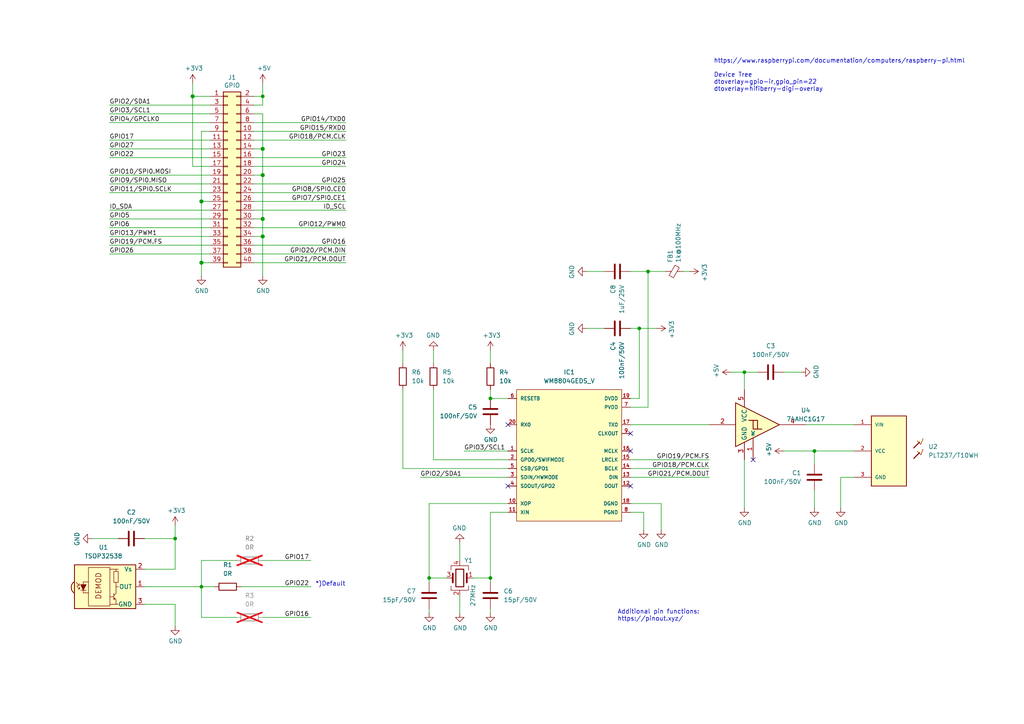
<source format=kicad_sch>
(kicad_sch (version 20230121) (generator eeschema)
  (paper "A4")
  (title_block (title "RPI HAT S/PDIF and IR") (date "2024-01-03") (rev "V1"))
  (lib_symbols
    (symbol "74xGxx:74LVC1G17"
      (property "Reference" "U" (at 2.54 7.62 0))
      (property "Value" "74LVC1G17" (at 5.08 -7.62 0))
      (symbol "74LVC1G17_0_1"
        (polyline (pts (xy -2.54 1.27) (xy -1.27 1.27) (xy -1.27 -1.27)) (stroke (width 0.254)) (fill (type background)))
        (polyline (pts (xy -7.62 6.35) (xy -7.62 -6.35) (xy 5.08 0) (xy -7.62 6.35)) (stroke (width 0.254)) (fill (type background)))
        (polyline (pts (xy -3.81 1.27) (xy -2.54 1.27) (xy -2.54 -1.27) (xy 0 -1.27)) (stroke (width 0.254)) (fill (type background)))
      )
      (symbol "74LVC1G17_1_1"
        (pin free line (at -2.54 -10.16 90) (length 6.35) (name "NC") (number "1"))
        (pin input line (at -15.24 0 0) (length 7.62) (name "~") (number "2"))
        (pin power_in line (at -5.08 -10.16 90) (length 5.08) (name "GND") (number "3"))
        (pin output line (at 12.7 0 180) (length 7.62) (name "~") (number "4"))
        (pin power_in line (at -5.08 10.16 270) (length 5.08) (name "VCC") (number "5"))
      )
    )
    (symbol "Connector_Generic:Conn_02x20_Odd_Even" (pin_names (offset 1.016) hide)
      (property "Reference" "J" (at 1.27 25.4 0))
      (property "Value" "Conn_02x20_Odd_Even" (at 1.27 -27.94 0))
      (symbol "Conn_02x20_Odd_Even_1_1"
        (rectangle (start -1.27 -25.273) (end 0 -25.527) (stroke (width 0.1524)))
        (rectangle (start -1.27 -22.733) (end 0 -22.987) (stroke (width 0.1524)))
        (rectangle (start -1.27 -20.193) (end 0 -20.447) (stroke (width 0.1524)))
        (rectangle (start -1.27 -17.653) (end 0 -17.907) (stroke (width 0.1524)))
        (rectangle (start -1.27 -15.113) (end 0 -15.367) (stroke (width 0.1524)))
        (rectangle (start -1.27 -12.573) (end 0 -12.827) (stroke (width 0.1524)))
        (rectangle (start -1.27 -10.033) (end 0 -10.287) (stroke (width 0.1524)))
        (rectangle (start -1.27 -7.493) (end 0 -7.747) (stroke (width 0.1524)))
        (rectangle (start -1.27 -4.953) (end 0 -5.207) (stroke (width 0.1524)))
        (rectangle (start -1.27 -2.413) (end 0 -2.667) (stroke (width 0.1524)))
        (rectangle (start -1.27 0.127) (end 0 -0.127) (stroke (width 0.1524)))
        (rectangle (start -1.27 2.667) (end 0 2.413) (stroke (width 0.1524)))
        (rectangle (start -1.27 5.207) (end 0 4.953) (stroke (width 0.1524)))
        (rectangle (start -1.27 7.747) (end 0 7.493) (stroke (width 0.1524)))
        (rectangle (start -1.27 10.287) (end 0 10.033) (stroke (width 0.1524)))
        (rectangle (start -1.27 12.827) (end 0 12.573) (stroke (width 0.1524)))
        (rectangle (start -1.27 15.367) (end 0 15.113) (stroke (width 0.1524)))
        (rectangle (start -1.27 17.907) (end 0 17.653) (stroke (width 0.1524)))
        (rectangle (start -1.27 20.447) (end 0 20.193) (stroke (width 0.1524)))
        (rectangle (start -1.27 22.987) (end 0 22.733) (stroke (width 0.1524)))
        (rectangle (start -1.27 24.13) (end 3.81 -26.67) (stroke (width 0.254)) (fill (type background)))
        (rectangle (start 3.81 -25.273) (end 2.54 -25.527) (stroke (width 0.1524)))
        (rectangle (start 3.81 -22.733) (end 2.54 -22.987) (stroke (width 0.1524)))
        (rectangle (start 3.81 -20.193) (end 2.54 -20.447) (stroke (width 0.1524)))
        (rectangle (start 3.81 -17.653) (end 2.54 -17.907) (stroke (width 0.1524)))
        (rectangle (start 3.81 -15.113) (end 2.54 -15.367) (stroke (width 0.1524)))
        (rectangle (start 3.81 -12.573) (end 2.54 -12.827) (stroke (width 0.1524)))
        (rectangle (start 3.81 -10.033) (end 2.54 -10.287) (stroke (width 0.1524)))
        (rectangle (start 3.81 -7.493) (end 2.54 -7.747) (stroke (width 0.1524)))
        (rectangle (start 3.81 -4.953) (end 2.54 -5.207) (stroke (width 0.1524)))
        (rectangle (start 3.81 -2.413) (end 2.54 -2.667) (stroke (width 0.1524)))
        (rectangle (start 3.81 0.127) (end 2.54 -0.127) (stroke (width 0.1524)))
        (rectangle (start 3.81 2.667) (end 2.54 2.413) (stroke (width 0.1524)))
        (rectangle (start 3.81 5.207) (end 2.54 4.953) (stroke (width 0.1524)))
        (rectangle (start 3.81 7.747) (end 2.54 7.493) (stroke (width 0.1524)))
        (rectangle (start 3.81 10.287) (end 2.54 10.033) (stroke (width 0.1524)))
        (rectangle (start 3.81 12.827) (end 2.54 12.573) (stroke (width 0.1524)))
        (rectangle (start 3.81 15.367) (end 2.54 15.113) (stroke (width 0.1524)))
        (rectangle (start 3.81 17.907) (end 2.54 17.653) (stroke (width 0.1524)))
        (rectangle (start 3.81 20.447) (end 2.54 20.193) (stroke (width 0.1524)))
        (rectangle (start 3.81 22.987) (end 2.54 22.733) (stroke (width 0.1524)))
        (pin passive line (at -5.08 22.86 0) (length 3.81) (name "Pin_1") (number "1"))
        (pin passive line (at 7.62 12.7 180) (length 3.81) (name "Pin_10") (number "10"))
        (pin passive line (at -5.08 10.16 0) (length 3.81) (name "Pin_11") (number "11"))
        (pin passive line (at 7.62 10.16 180) (length 3.81) (name "Pin_12") (number "12"))
        (pin passive line (at -5.08 7.62 0) (length 3.81) (name "Pin_13") (number "13"))
        (pin passive line (at 7.62 7.62 180) (length 3.81) (name "Pin_14") (number "14"))
        (pin passive line (at -5.08 5.08 0) (length 3.81) (name "Pin_15") (number "15"))
        (pin passive line (at 7.62 5.08 180) (length 3.81) (name "Pin_16") (number "16"))
        (pin passive line (at -5.08 2.54 0) (length 3.81) (name "Pin_17") (number "17"))
        (pin passive line (at 7.62 2.54 180) (length 3.81) (name "Pin_18") (number "18"))
        (pin passive line (at -5.08 0 0) (length 3.81) (name "Pin_19") (number "19"))
        (pin passive line (at 7.62 22.86 180) (length 3.81) (name "Pin_2") (number "2"))
        (pin passive line (at 7.62 0 180) (length 3.81) (name "Pin_20") (number "20"))
        (pin passive line (at -5.08 -2.54 0) (length 3.81) (name "Pin_21") (number "21"))
        (pin passive line (at 7.62 -2.54 180) (length 3.81) (name "Pin_22") (number "22"))
        (pin passive line (at -5.08 -5.08 0) (length 3.81) (name "Pin_23") (number "23"))
        (pin passive line (at 7.62 -5.08 180) (length 3.81) (name "Pin_24") (number "24"))
        (pin passive line (at -5.08 -7.62 0) (length 3.81) (name "Pin_25") (number "25"))
        (pin passive line (at 7.62 -7.62 180) (length 3.81) (name "Pin_26") (number "26"))
        (pin passive line (at -5.08 -10.16 0) (length 3.81) (name "Pin_27") (number "27"))
        (pin passive line (at 7.62 -10.16 180) (length 3.81) (name "Pin_28") (number "28"))
        (pin passive line (at -5.08 -12.7 0) (length 3.81) (name "Pin_29") (number "29"))
        (pin passive line (at -5.08 20.32 0) (length 3.81) (name "Pin_3") (number "3"))
        (pin passive line (at 7.62 -12.7 180) (length 3.81) (name "Pin_30") (number "30"))
        (pin passive line (at -5.08 -15.24 0) (length 3.81) (name "Pin_31") (number "31"))
        (pin passive line (at 7.62 -15.24 180) (length 3.81) (name "Pin_32") (number "32"))
        (pin passive line (at -5.08 -17.78 0) (length 3.81) (name "Pin_33") (number "33"))
        (pin passive line (at 7.62 -17.78 180) (length 3.81) (name "Pin_34") (number "34"))
        (pin passive line (at -5.08 -20.32 0) (length 3.81) (name "Pin_35") (number "35"))
        (pin passive line (at 7.62 -20.32 180) (length 3.81) (name "Pin_36") (number "36"))
        (pin passive line (at -5.08 -22.86 0) (length 3.81) (name "Pin_37") (number "37"))
        (pin passive line (at 7.62 -22.86 180) (length 3.81) (name "Pin_38") (number "38"))
        (pin passive line (at -5.08 -25.4 0) (length 3.81) (name "Pin_39") (number "39"))
        (pin passive line (at 7.62 20.32 180) (length 3.81) (name "Pin_4") (number "4"))
        (pin passive line (at 7.62 -25.4 180) (length 3.81) (name "Pin_40") (number "40"))
        (pin passive line (at -5.08 17.78 0) (length 3.81) (name "Pin_5") (number "5"))
        (pin passive line (at 7.62 17.78 180) (length 3.81) (name "Pin_6") (number "6"))
        (pin passive line (at -5.08 15.24 0) (length 3.81) (name "Pin_7") (number "7"))
        (pin passive line (at 7.62 15.24 180) (length 3.81) (name "Pin_8") (number "8"))
        (pin passive line (at -5.08 12.7 0) (length 3.81) (name "Pin_9") (number "9"))
      )
    )
    (symbol "Device:C" (pin_numbers hide) (pin_names (offset 0.254))
      (property "Reference" "C" (at 0.635 2.54 0))
      (property "Value" "C" (at 0.635 -2.54 0))
      (symbol "C_0_1"
        (polyline (pts (xy -2.032 -0.762) (xy 2.032 -0.762)) (stroke (width 0.508)))
        (polyline (pts (xy -2.032 0.762) (xy 2.032 0.762)) (stroke (width 0.508)))
      )
      (symbol "C_1_1"
        (pin passive line (at 0 3.81 270) (length 2.794) (name "~") (number "1"))
        (pin passive line (at 0 -3.81 90) (length 2.794) (name "~") (number "2"))
      )
    )
    (symbol "Device:Crystal_GND24" (pin_names (offset 1.016) hide)
      (property "Reference" "Y" (at 3.175 5.08 0))
      (property "Value" "Crystal_GND24" (at 3.175 3.175 0))
      (symbol "Crystal_GND24_0_1"
        (rectangle (start -1.143 2.54) (end 1.143 -2.54) (stroke (width 0.3048)))
        (polyline (pts (xy -2.54 0) (xy -2.032 0)))
        (polyline (pts (xy -2.032 -1.27) (xy -2.032 1.27)) (stroke (width 0.508)))
        (polyline (pts (xy 0 -3.81) (xy 0 -3.556)))
        (polyline (pts (xy 0 3.556) (xy 0 3.81)))
        (polyline (pts (xy 2.032 -1.27) (xy 2.032 1.27)) (stroke (width 0.508)))
        (polyline (pts (xy 2.032 0) (xy 2.54 0)))
        (polyline (pts (xy -2.54 -2.286) (xy -2.54 -3.556) (xy 2.54 -3.556) (xy 2.54 -2.286)))
        (polyline (pts (xy -2.54 2.286) (xy -2.54 3.556) (xy 2.54 3.556) (xy 2.54 2.286)))
      )
      (symbol "Crystal_GND24_1_1"
        (pin passive line (at -3.81 0 0) (length 1.27) (name "1") (number "1"))
        (pin passive line (at 0 5.08 270) (length 1.27) (name "2") (number "2"))
        (pin passive line (at 3.81 0 180) (length 1.27) (name "3") (number "3"))
        (pin passive line (at 0 -5.08 90) (length 1.27) (name "4") (number "4"))
      )
    )
    (symbol "Device:R" (pin_numbers hide) (pin_names (offset 0))
      (property "Reference" "R" (at 2.032 0 90))
      (property "Value" "R" (at 0 0 90))
      (symbol "R_0_1"
        (rectangle (start -1.016 -2.54) (end 1.016 2.54) (stroke (width 0.254)))
      )
      (symbol "R_1_1"
        (pin passive line (at 0 3.81 270) (length 1.27) (name "~") (number "1"))
        (pin passive line (at 0 -3.81 90) (length 1.27) (name "~") (number "2"))
      )
    )
    (symbol "Interface_Optical:TSOP325xx" (pin_names (offset 1.016))
      (property "Reference" "U" (at -10.16 7.62 0))
      (property "Value" "TSOP325xx" (at -10.16 -7.62 0))
      (symbol "TSOP325xx_0_0"
        (arc (start -10.287 1.397) (mid -11.0899 -0.1852) (end -10.287 -1.778) (stroke (width 0.254)) (fill (type background)))
        (polyline (pts (xy 1.905 -5.08) (xy 0.127 -5.08)))
        (polyline (pts (xy 1.905 5.08) (xy 0.127 5.08)))
        (text "DEMOD" (at -3.175 0.254 900) (effects (font (size 1.524 1.524))))
      )
      (symbol "TSOP325xx_0_1"
        (rectangle (start -6.096 5.588) (end 0.127 -5.588))
        (polyline (pts (xy -8.763 0.381) (xy -9.652 1.27)))
        (polyline (pts (xy -8.763 0.381) (xy -9.271 0.381)))
        (polyline (pts (xy -8.763 0.381) (xy -8.763 0.889)))
        (polyline (pts (xy -8.636 -0.635) (xy -9.525 0.254)))
        (polyline (pts (xy -8.636 -0.635) (xy -9.144 -0.635)))
        (polyline (pts (xy -8.636 -0.635) (xy -8.636 -0.127)))
        (polyline (pts (xy -8.382 -1.016) (xy -6.731 -1.016)))
        (polyline (pts (xy 1.27 -2.921) (xy 0.127 -2.921)))
        (polyline (pts (xy 1.27 -1.905) (xy 1.27 -3.81)))
        (polyline (pts (xy 1.397 -3.556) (xy 1.524 -3.556)))
        (polyline (pts (xy 1.651 -3.556) (xy 1.524 -3.556)))
        (polyline (pts (xy 1.651 -3.556) (xy 1.651 -3.302)))
        (polyline (pts (xy 1.905 0) (xy 1.905 1.27)))
        (polyline (pts (xy 1.905 4.445) (xy 1.905 5.08) (xy 2.54 5.08)))
        (polyline (pts (xy -8.382 0.635) (xy -6.731 0.635) (xy -7.62 -1.016) (xy -8.382 0.635)) (fill (type outline)))
        (polyline (pts (xy -6.096 1.397) (xy -7.62 1.397) (xy -7.62 -1.778) (xy -6.096 -1.778)))
        (polyline (pts (xy 1.27 -3.175) (xy 1.905 -3.81) (xy 1.905 -5.08) (xy 2.54 -5.08)))
        (polyline (pts (xy 1.27 -2.54) (xy 1.905 -1.905) (xy 1.905 0) (xy 2.54 0)))
        (rectangle (start 2.54 1.27) (end 1.27 4.445))
        (rectangle (start 7.62 6.35) (end -10.16 -6.35) (stroke (width 0.254)) (fill (type background)))
      )
      (symbol "TSOP325xx_1_1"
        (pin output line (at 10.16 0 180) (length 2.54) (name "OUT") (number "1"))
        (pin power_in line (at 10.16 5.08 180) (length 2.54) (name "Vs") (number "2"))
        (pin power_in line (at 10.16 -5.08 180) (length 2.54) (name "GND") (number "3"))
      )
    )
    (symbol "dac-rescue:Ferrite_Bead_Small-Device" (pin_numbers hide) (pin_names (offset 0))
      (property "Reference" "FB" (at 1.905 1.27 0))
      (property "Value" "Ferrite_Bead_Small-Device" (at 1.905 -1.27 0))
      (symbol "Ferrite_Bead_Small-Device_0_1"
        (polyline (pts (xy 0 -1.27) (xy 0 -0.7874)))
        (polyline (pts (xy 0 0.889) (xy 0 1.2954)))
        (polyline (pts (xy -1.8288 0.2794) (xy -1.1176 1.4986) (xy 1.8288 -0.2032) (xy 1.1176 -1.4224) (xy -1.8288 0.2794)))
      )
      (symbol "Ferrite_Bead_Small-Device_1_1"
        (pin passive line (at 0 2.54 270) (length 1.27) (name "~") (number "1"))
        (pin passive line (at 0 -2.54 90) (length 1.27) (name "~") (number "2"))
      )
    )
    (symbol "kicad-snk:PLT237/T10WH" (pin_names (offset 1.016))
      (property "Reference" "U" (at -5.08 11.4554 0))
      (property "Value" "PLT237/T10WH" (at -5.08 -12.7254 0))
      (symbol "PLT237/T10WH_0_0"
        (rectangle (start -5.08 10.16) (end 5.08 -10.16) (stroke (width 0.254)) (fill (type background)))
        (polyline (pts (xy 7.239 -2.1336) (xy 8.89 -0.4826)) (stroke (width 0.3048)))
        (polyline (pts (xy 7.239 0.9144) (xy 8.89 2.5654)) (stroke (width 0.3048)))
        (polyline (pts (xy 9.906 0.5334) (xy 9.271 -1.1176) (xy 8.255 -0.1016)) (stroke (width 0.1524)) (fill (type background)))
        (polyline (pts (xy 9.906 3.5814) (xy 9.271 1.9304) (xy 8.255 2.9464)) (stroke (width 0.1524)) (fill (type background)))
      )
      (symbol "PLT237/T10WH_1_0"
        (pin output line (at -10.16 7.62 0) (length 5.08) (name "VIN") (number "1"))
        (pin power_in line (at -10.16 0 0) (length 5.08) (name "VCC") (number "2"))
        (pin power_in line (at -10.16 -7.62 0) (length 5.08) (name "GND") (number "3"))
      )
    )
    (symbol "kicad-snk:WM8804GEDS_V" (pin_names (offset 1.016))
      (property "Reference" "IC" (at -15.24 13.97 0))
      (property "Value" "WM8804GEDS_V" (at -15.24 -27.94 0))
      (symbol "WM8804GEDS_V_0_0"
        (rectangle (start -15.24 -25.4) (end 15.24 12.7) (stroke (width 0.1524)) (fill (type background)))
        (pin bidirectional line (at -17.78 -5.08 0) (length 2.54) (name "SCLK") (number "1"))
        (pin bidirectional line (at -17.78 -20.32 0) (length 2.54) (name "XOP") (number "10"))
        (pin bidirectional line (at -17.78 -22.86 0) (length 2.54) (name "XIN") (number "11"))
        (pin bidirectional line (at 17.78 -15.24 180) (length 2.54) (name "DOUT") (number "12"))
        (pin bidirectional line (at 17.78 -12.7 180) (length 2.54) (name "DIN") (number "13"))
        (pin bidirectional line (at 17.78 -10.16 180) (length 2.54) (name "BCLK") (number "14"))
        (pin bidirectional line (at 17.78 -7.62 180) (length 2.54) (name "LRCLK") (number "15"))
        (pin bidirectional line (at 17.78 -5.08 180) (length 2.54) (name "MCLK") (number "16"))
        (pin bidirectional line (at 17.78 2.54 180) (length 2.54) (name "TX0") (number "17"))
        (pin bidirectional line (at 17.78 -20.32 180) (length 2.54) (name "DGND") (number "18"))
        (pin bidirectional line (at 17.78 10.16 180) (length 2.54) (name "DVDD") (number "19"))
        (pin bidirectional line (at -17.78 -7.62 0) (length 2.54) (name "GPO0/SWIFMODE") (number "2"))
        (pin bidirectional line (at -17.78 2.54 0) (length 2.54) (name "RX0") (number "20"))
        (pin bidirectional line (at -17.78 -12.7 0) (length 2.54) (name "SDIN/HWMODE") (number "3"))
        (pin bidirectional line (at -17.78 -15.24 0) (length 2.54) (name "SDOUT/GPO2") (number "4"))
        (pin bidirectional line (at -17.78 -10.16 0) (length 2.54) (name "CSB/GPO1") (number "5"))
        (pin bidirectional line (at -17.78 10.16 0) (length 2.54) (name "RESETB") (number "6"))
        (pin bidirectional line (at 17.78 7.62 180) (length 2.54) (name "PVDD") (number "7"))
        (pin bidirectional line (at 17.78 -22.86 180) (length 2.54) (name "PGND") (number "8"))
        (pin bidirectional line (at 17.78 0 180) (length 2.54) (name "CLKOUT") (number "9"))
      )
    )
    (symbol "power:+3.3V" (power) (pin_names (offset 0))
      (property "Value" "+3.3V" (at 0 3.556 0))
      (symbol "+3.3V_0_1"
        (polyline (pts (xy -0.762 1.27) (xy 0 2.54)))
        (polyline (pts (xy 0 0) (xy 0 2.54)))
        (polyline (pts (xy 0 2.54) (xy 0.762 1.27)))
      )
      (symbol "+3.3V_1_1"
        (pin power_in line (at 0 0 90) (length 0) hide (name "+3V3") (number "1"))
      )
    )
    (symbol "power:+5V" (power) (pin_names (offset 0))
      (property "Value" "+5V" (at 0 3.556 0))
      (symbol "+5V_0_1"
        (polyline (pts (xy -0.762 1.27) (xy 0 2.54)))
        (polyline (pts (xy 0 0) (xy 0 2.54)))
        (polyline (pts (xy 0 2.54) (xy 0.762 1.27)))
      )
      (symbol "+5V_1_1"
        (pin power_in line (at 0 0 90) (length 0) hide (name "+5V") (number "1"))
      )
    )
    (symbol "power:GND" (power) (pin_names (offset 0))
      (property "Value" "GND" (at 0 -3.81 0))
      (symbol "GND_0_1"
        (polyline (pts (xy 0 0) (xy 0 -1.27) (xy 1.27 -1.27) (xy 0 -2.54) (xy -1.27 -1.27) (xy 0 -1.27)))
      )
      (symbol "GND_1_1"
        (pin power_in line (at 0 0 270) (length 0) hide (name "GND") (number "1"))
      )
    )
  )
  (junction (at 185.42 95.25))
  (junction (at 76.2 63.5) (diameter 1.016))
  (junction (at 55.88 27.94) (diameter 1.016))
  (junction (at 142.24 167.64))
  (junction (at 76.2 68.58) (diameter 1.016))
  (junction (at 187.96 78.74))
  (junction (at 124.46 167.64))
  (junction (at 58.42 58.42) (diameter 1.016))
  (junction (at 76.2 50.8) (diameter 1.016))
  (junction (at 76.2 27.94))
  (junction (at 215.9 107.95))
  (junction (at 76.2 43.18) (diameter 1.016))
  (junction (at 142.24 115.57))
  (junction (at 58.42 170.18))
  (junction (at 236.22 130.81))
  (junction (at 50.8 156.21))
  (junction (at 58.42 76.2) (diameter 1.016))
  (no_connect (at 182.88 130.81))
  (no_connect (at 182.88 125.73))
  (no_connect (at 218.44 133.35))
  (no_connect (at 147.32 140.97))
  (no_connect (at 147.32 123.19))
  (no_connect (at 182.88 140.97))
  (wire (pts (xy 58.42 58.42) (xy 58.42 76.2)))
  (wire (pts (xy 73.66 58.42) (xy 100.33 58.42)))
  (wire (pts (xy 142.24 176.53) (xy 142.24 177.8)))
  (wire (pts (xy 60.96 40.64) (xy 31.75 40.64)))
  (wire (pts (xy 58.42 170.18) (xy 62.23 170.18)))
  (wire (pts (xy 137.16 167.64) (xy 142.24 167.64)))
  (wire (pts (xy 76.2 33.02) (xy 76.2 43.18)))
  (wire (pts (xy 76.2 30.48) (xy 76.2 27.94)))
  (wire (pts (xy 76.2 50.8) (xy 73.66 50.8)))
  (wire (pts (xy 182.88 123.19) (xy 205.74 123.19)))
  (wire (pts (xy 170.18 78.74) (xy 175.26 78.74)))
  (wire (pts (xy 58.42 179.07) (xy 58.42 170.18)))
  (wire (pts (xy 182.88 146.05) (xy 191.77 146.05)))
  (wire (pts (xy 69.85 170.18) (xy 90.17 170.18)))
  (wire (pts (xy 76.2 63.5) (xy 76.2 68.58)))
  (wire (pts (xy 121.92 138.43) (xy 147.32 138.43)))
  (wire (pts (xy 186.69 148.59) (xy 182.88 148.59)))
  (wire (pts (xy 68.58 162.56) (xy 58.42 162.56)))
  (wire (pts (xy 133.35 172.72) (xy 133.35 177.8)))
  (wire (pts (xy 142.24 115.57) (xy 142.24 113.03)))
  (wire (pts (xy 76.2 50.8) (xy 76.2 63.5)))
  (wire (pts (xy 73.66 35.56) (xy 100.33 35.56)))
  (wire (pts (xy 50.8 175.26) (xy 41.91 175.26)))
  (wire (pts (xy 58.42 38.1) (xy 58.42 58.42)))
  (wire (pts (xy 182.88 133.35) (xy 205.74 133.35)))
  (wire (pts (xy 58.42 38.1) (xy 60.96 38.1)))
  (wire (pts (xy 236.22 142.24) (xy 236.22 147.32)))
  (wire (pts (xy 73.66 55.88) (xy 100.33 55.88)))
  (wire (pts (xy 147.32 115.57) (xy 142.24 115.57)))
  (wire (pts (xy 60.96 60.96) (xy 31.75 60.96)))
  (wire (pts (xy 50.8 152.4) (xy 50.8 156.21)))
  (wire (pts (xy 31.75 63.5) (xy 60.96 63.5)))
  (wire (pts (xy 187.96 118.11) (xy 187.96 78.74)))
  (wire (pts (xy 41.91 170.18) (xy 58.42 170.18)))
  (wire (pts (xy 73.66 30.48) (xy 76.2 30.48)))
  (wire (pts (xy 182.88 115.57) (xy 185.42 115.57)))
  (wire (pts (xy 58.42 58.42) (xy 60.96 58.42)))
  (wire (pts (xy 215.9 107.95) (xy 215.9 113.03)))
  (wire (pts (xy 124.46 146.05) (xy 124.46 167.64)))
  (wire (pts (xy 73.66 45.72) (xy 100.33 45.72)))
  (wire (pts (xy 142.24 167.64) (xy 142.24 168.91)))
  (wire (pts (xy 134.62 130.81) (xy 147.32 130.81)))
  (wire (pts (xy 116.84 101.6) (xy 116.84 105.41)))
  (wire (pts (xy 73.66 76.2) (xy 100.33 76.2)))
  (wire (pts (xy 58.42 76.2) (xy 58.42 80.01)))
  (wire (pts (xy 31.75 43.18) (xy 60.96 43.18)))
  (wire (pts (xy 55.88 24.13) (xy 55.88 27.94)))
  (wire (pts (xy 185.42 95.25) (xy 190.5 95.25)))
  (wire (pts (xy 76.2 68.58) (xy 73.66 68.58)))
  (wire (pts (xy 142.24 101.6) (xy 142.24 105.41)))
  (wire (pts (xy 31.75 33.02) (xy 60.96 33.02)))
  (wire (pts (xy 233.68 123.19) (xy 247.65 123.19)))
  (wire (pts (xy 185.42 115.57) (xy 185.42 95.25)))
  (wire (pts (xy 187.96 78.74) (xy 182.88 78.74)))
  (wire (pts (xy 31.75 55.88) (xy 60.96 55.88)))
  (wire (pts (xy 243.84 147.32) (xy 243.84 138.43)))
  (wire (pts (xy 198.12 78.74) (xy 200.025 78.74)))
  (wire (pts (xy 116.84 113.03) (xy 116.84 135.89)))
  (wire (pts (xy 124.46 167.64) (xy 129.54 167.64)))
  (wire (pts (xy 55.88 48.26) (xy 60.96 48.26)))
  (wire (pts (xy 60.96 30.48) (xy 31.75 30.48)))
  (wire (pts (xy 76.2 43.18) (xy 76.2 50.8)))
  (wire (pts (xy 73.66 40.64) (xy 100.33 40.64)))
  (wire (pts (xy 50.8 181.61) (xy 50.8 175.26)))
  (wire (pts (xy 76.2 43.18) (xy 73.66 43.18)))
  (wire (pts (xy 142.24 167.64) (xy 142.24 148.59)))
  (wire (pts (xy 76.2 27.94) (xy 76.2 24.13)))
  (wire (pts (xy 124.46 176.53) (xy 124.46 177.8)))
  (wire (pts (xy 41.91 156.21) (xy 50.8 156.21)))
  (wire (pts (xy 31.75 35.56) (xy 60.96 35.56)))
  (wire (pts (xy 55.88 27.94) (xy 55.88 48.26)))
  (wire (pts (xy 227.33 107.95) (xy 232.41 107.95)))
  (wire (pts (xy 58.42 162.56) (xy 58.42 170.18)))
  (wire (pts (xy 73.66 48.26) (xy 100.33 48.26)))
  (wire (pts (xy 185.42 95.25) (xy 182.88 95.25)))
  (wire (pts (xy 73.66 38.1) (xy 100.33 38.1)))
  (wire (pts (xy 170.18 95.25) (xy 175.26 95.25)))
  (wire (pts (xy 73.66 27.94) (xy 76.2 27.94)))
  (wire (pts (xy 191.77 146.05) (xy 191.77 153.67)))
  (wire (pts (xy 31.75 45.72) (xy 60.96 45.72)))
  (wire (pts (xy 31.75 53.34) (xy 60.96 53.34)))
  (wire (pts (xy 133.35 157.48) (xy 133.35 162.56)))
  (wire (pts (xy 125.73 133.35) (xy 147.32 133.35)))
  (wire (pts (xy 125.73 101.6) (xy 125.73 105.41)))
  (wire (pts (xy 31.75 66.04) (xy 60.96 66.04)))
  (wire (pts (xy 236.22 130.81) (xy 247.65 130.81)))
  (wire (pts (xy 215.9 133.35) (xy 215.9 147.32)))
  (wire (pts (xy 26.67 156.21) (xy 34.29 156.21)))
  (wire (pts (xy 76.2 179.07) (xy 90.17 179.07)))
  (wire (pts (xy 31.75 71.12) (xy 60.96 71.12)))
  (wire (pts (xy 116.84 135.89) (xy 147.32 135.89)))
  (wire (pts (xy 73.66 71.12) (xy 100.33 71.12)))
  (wire (pts (xy 215.9 107.95) (xy 219.71 107.95)))
  (wire (pts (xy 73.66 66.04) (xy 100.33 66.04)))
  (wire (pts (xy 68.58 179.07) (xy 58.42 179.07)))
  (wire (pts (xy 58.42 76.2) (xy 60.96 76.2)))
  (wire (pts (xy 73.66 73.66) (xy 100.33 73.66)))
  (wire (pts (xy 41.91 165.1) (xy 50.8 165.1)))
  (wire (pts (xy 76.2 33.02) (xy 73.66 33.02)))
  (wire (pts (xy 31.75 73.66) (xy 60.96 73.66)))
  (wire (pts (xy 124.46 167.64) (xy 124.46 168.91)))
  (wire (pts (xy 50.8 156.21) (xy 50.8 165.1)))
  (wire (pts (xy 227.33 130.81) (xy 236.22 130.81)))
  (wire (pts (xy 186.69 153.67) (xy 186.69 148.59)))
  (wire (pts (xy 182.88 118.11) (xy 187.96 118.11)))
  (wire (pts (xy 212.09 107.95) (xy 215.9 107.95)))
  (wire (pts (xy 142.24 148.59) (xy 147.32 148.59)))
  (wire (pts (xy 76.2 162.56) (xy 90.17 162.56)))
  (wire (pts (xy 76.2 68.58) (xy 76.2 80.01)))
  (wire (pts (xy 73.66 53.34) (xy 100.33 53.34)))
  (wire (pts (xy 60.96 68.58) (xy 31.75 68.58)))
  (wire (pts (xy 182.88 138.43) (xy 205.74 138.43)))
  (wire (pts (xy 76.2 63.5) (xy 73.66 63.5)))
  (wire (pts (xy 236.22 130.81) (xy 236.22 134.62)))
  (wire (pts (xy 243.84 138.43) (xy 247.65 138.43)))
  (wire (pts (xy 55.88 27.94) (xy 60.96 27.94)))
  (wire (pts (xy 147.32 146.05) (xy 124.46 146.05)))
  (wire (pts (xy 187.96 78.74) (xy 193.04 78.74)))
  (wire (pts (xy 60.96 50.8) (xy 31.75 50.8)))
  (wire (pts (xy 73.66 60.96) (xy 100.33 60.96)))
  (wire (pts (xy 182.88 135.89) (xy 205.74 135.89)))
  (wire (pts (xy 125.73 133.35) (xy 125.73 113.03)))
  (text "https://www.raspberrypi.com/documentation/computers/raspberry-pi.html\n\nDevice Tree\ndtoverlay=gpio-ir,gpio_pin=22\ndtoverlay=hifiberry-digi-overlay" (at 207.01 26.67 0) (effects (font (size 1.27 1.27)) (justify left bottom)))
  (text "*)Default" (at 91.44 170.18 0) (effects (font (size 1.27 1.27)) (justify left bottom)))
  (text "Additional pin functions:\nhttps://pinout.xyz/" (at 179.07 180.34 0) (effects (font (size 1.27 1.27)) (justify left bottom)))
  (label "ID_SDA" (at 31.75 60.96 0))
  (label "GPIO6" (at 31.75 66.04 0))
  (label "GPIO22" (at 82.55 170.18 0))
  (label "GPIO18{slash}PCM.CLK" (at 205.74 135.89 180))
  (label "ID_SCL" (at 100.33 60.96 180))
  (label "GPIO5" (at 31.75 63.5 0))
  (label "GPIO21{slash}PCM.DOUT" (at 100.33 76.2 180))
  (label "GPIO19{slash}PCM.FS" (at 31.75 71.12 0))
  (label "GPIO10{slash}SPI0.MOSI" (at 31.75 50.8 0))
  (label "GPIO9{slash}SPI0.MISO" (at 31.75 53.34 0))
  (label "GPIO23" (at 100.33 45.72 180))
  (label "GPIO19{slash}PCM.FS" (at 205.74 133.35 180))
  (label "GPIO4{slash}GPCLK0" (at 31.75 35.56 0))
  (label "GPIO27" (at 31.75 43.18 0))
  (label "GPIO26" (at 31.75 73.66 0))
  (label "GPIO14{slash}TXD0" (at 100.33 35.56 180))
  (label "GPIO8{slash}SPI0.CE0" (at 100.33 55.88 180))
  (label "GPIO15{slash}RXD0" (at 100.33 38.1 180))
  (label "GPIO16" (at 100.33 71.12 180))
  (label "GPIO2{slash}SDA1" (at 121.92 138.43 0))
  (label "GPIO22" (at 31.75 45.72 0))
  (label "GPIO21{slash}PCM.DOUT" (at 205.74 138.43 180))
  (label "GPIO2{slash}SDA1" (at 31.75 30.48 0))
  (label "GPIO17" (at 31.75 40.64 0))
  (label "GPIO25" (at 100.33 53.34 180))
  (label "GPIO3{slash}SCL1" (at 31.75 33.02 0))
  (label "GPIO18{slash}PCM.CLK" (at 100.33 40.64 180))
  (label "GPIO12{slash}PWM0" (at 100.33 66.04 180))
  (label "GPIO16" (at 82.55 179.07 0))
  (label "GPIO13{slash}PWM1" (at 31.75 68.58 0))
  (label "GPIO3{slash}SCL1" (at 134.62 130.81 0))
  (label "GPIO20{slash}PCM.DIN" (at 100.33 73.66 180))
  (label "GPIO24" (at 100.33 48.26 180))
  (label "GPIO17" (at 82.55 162.56 0))
  (label "GPIO7{slash}SPI0.CE1" (at 100.33 58.42 180))
  (label "GPIO11{slash}SPI0.SCLK" (at 31.75 55.88 0))
  (symbol (lib_id "power:+5V") (at 76.2 24.13 0) (unit 1)
    (property "Reference" "#PWR01" (effects hide))
    (property "Value" "+5V" (at 76.5683 19.8056 0))
  )
  (symbol (lib_id "power:+3.3V") (at 55.88 24.13 0) (unit 1)
    (property "Reference" "#PWR04" (effects hide))
    (property "Value" "+3.3V" (at 56.2483 19.8056 0))
  )
  (symbol (lib_id "power:GND") (at 76.2 80.01 0) (unit 1)
    (property "Reference" "#PWR02" (effects hide))
    (property "Value" "GND" (at 76.3143 84.3344 0))
  )
  (symbol (lib_id "power:GND") (at 58.42 80.01 0) (unit 1)
    (property "Reference" "#PWR03" (effects hide))
    (property "Value" "GND" (at 58.5343 84.3344 0))
  )
  (symbol (lib_id "Connector_Generic:Conn_02x20_Odd_Even") (at 66.04 50.8 0) (unit 1)
    (property "Reference" "J1" (at 67.31 22.4598 0))
    (property "Value" "GPIO" (at 67.31 24.765 0))
    (property "Footprint" "Connector_PinSocket_2.54mm:PinSocket_2x20_P2.54mm_Vertical" (effects hide))
  )
  (symbol (lib_id "power:+3.3V") (at 190.5 95.25 270) (unit 1)
    (property "Reference" "#PWR018" (effects hide))
    (property "Value" "+3.3V" (at 194.8244 95.6183 0))
  )
  (symbol (lib_id "power:+3.3V") (at 50.8 152.4 0) (unit 1)
    (property "Reference" "#PWR06" (effects hide))
    (property "Value" "+3.3V" (at 51.1683 148.0756 0))
  )
  (symbol (lib_id "power:+5V") (at 212.09 107.95 90) (unit 1)
    (property "Reference" "#PWR011" (effects hide))
    (property "Value" "+5V" (at 207.7656 107.5817 0))
  )
  (symbol (lib_id "Device:C") (at 223.52 107.95 90) (unit 1)
    (property "Reference" "C3" (at 223.52 100.33 90))
    (property "Value" "100nF/50V" (at 223.52 102.87 90))
    (property "Footprint" "Capacitor_SMD:C_0603_1608Metric" (effects hide))
  )
  (symbol (lib_id "power:+5V") (at 227.33 130.81 90) (unit 1)
    (property "Reference" "#PWR010" (effects hide))
    (property "Value" "+5V" (at 223.0056 130.4417 0))
  )
  (symbol (lib_id "Interface_Optical:TSOP325xx") (at 31.75 170.18 0) (unit 1)
    (property "Reference" "U1" (at 30.015 158.75 0))
    (property "Value" "TSOP32538" (at 30.015 161.29 0))
    (property "Footprint" "OptoDevice:Vishay_MOLD-3Pin" (effects hide))
    (property "Datasheet" "http://www.vishay.com/docs/82490/tsop321.pdf" (effects hide))
  )
  (symbol (lib_id "power:GND") (at 232.41 107.95 90) (unit 1)
    (property "Reference" "#PWR012" (effects hide))
    (property "Value" "GND" (at 236.7344 107.8357 0))
  )
  (symbol (lib_id "power:+3.3V") (at 142.24 101.6 0) (unit 1)
    (property "Reference" "#PWR014" (effects hide))
    (property "Value" "+3.3V" (at 142.6083 97.2756 0))
  )
  (symbol (lib_id "power:GND") (at 186.69 153.67 0) (unit 1)
    (property "Reference" "#PWR021" (effects hide))
    (property "Value" "GND" (at 186.8043 157.9944 0))
  )
  (symbol (lib_id "Device:C") (at 124.46 172.72 0) (mirror y) (unit 1)
    (property "Reference" "C7" (at 120.65 171.45 0) (effects (justify left)))
    (property "Value" "15pF/50V" (at 120.65 173.99 0) (effects (justify left)))
    (property "Footprint" "Capacitor_SMD:C_0603_1608Metric" (effects hide))
  )
  (symbol (lib_id "Device:C") (at 142.24 172.72 180) (unit 1)
    (property "Reference" "C6" (at 146.05 171.45 0) (effects (justify right)))
    (property "Value" "15pF/50V" (at 146.05 173.99 0) (effects (justify right)))
    (property "Footprint" "Capacitor_SMD:C_0603_1608Metric" (effects hide))
  )
  (symbol (lib_id "Device:R") (at 142.24 109.22 180) (unit 1)
    (property "Reference" "R4" (at 144.78 107.95 0) (effects (justify right)))
    (property "Value" "10k" (at 144.78 110.49 0) (effects (justify right)))
    (property "Footprint" "Resistor_SMD:R_0603_1608Metric" (effects hide))
  )
  (symbol (lib_id "Device:C") (at 236.22 138.43 0) (mirror y) (unit 1)
    (property "Reference" "C1" (at 232.41 137.16 0) (effects (justify left)))
    (property "Value" "100nF/50V" (at 232.41 139.7 0) (effects (justify left)))
    (property "Footprint" "Capacitor_SMD:C_0603_1608Metric" (effects hide))
  )
  (symbol (lib_id "Device:R") (at 72.39 179.07 90) (unit 1) (dnp yes)
    (property "Reference" "R3" (at 72.39 172.72 90))
    (property "Value" "0R" (at 72.39 175.26 90))
    (property "Footprint" "Resistor_SMD:R_0603_1608Metric" (effects hide))
  )
  (symbol (lib_id "power:GND") (at 142.24 123.19 0) (unit 1)
    (property "Reference" "#PWR027" (effects hide))
    (property "Value" "GND" (at 142.3543 127.5144 0))
  )
  (symbol (lib_id "power:GND") (at 142.24 177.8 0) (unit 1)
    (property "Reference" "#PWR025" (effects hide))
    (property "Value" "GND" (at 142.3543 182.1244 0))
  )
  (symbol (lib_id "power:GND") (at 133.35 177.8 0) (unit 1)
    (property "Reference" "#PWR024" (effects hide))
    (property "Value" "GND" (at 133.4643 182.1244 0))
  )
  (symbol (lib_id "Device:C") (at 179.07 95.25 90) (mirror x) (unit 1)
    (property "Reference" "C4" (at 177.8 99.06 0) (effects (justify left)))
    (property "Value" "100nF/50V" (at 180.34 99.06 0) (effects (justify left)))
    (property "Footprint" "Capacitor_SMD:C_0603_1608Metric" (effects hide))
  )
  (symbol (lib_id "power:+3.3V") (at 116.84 101.6 0) (unit 1)
    (property "Reference" "#PWR015" (effects hide))
    (property "Value" "+3.3V" (at 117.2083 97.2756 0))
  )
  (symbol (lib_id "74xGxx:74LVC1G17") (at 220.98 123.19 0) (unit 1)
    (property "Reference" "U4" (at 233.68 118.9991 0))
    (property "Value" "74AHC1G17" (at 233.68 121.5391 0))
    (property "Footprint" "Package_TO_SOT_SMD:SOT-23-5" (effects hide))
    (property "Datasheet" "https://www.ti.com/lit/ds/symlink/sn74lvc1g17.pdf" (effects hide))
  )
  (symbol (lib_id "power:+3.3V") (at 200.025 78.74 270) (unit 1)
    (property "Reference" "#PWR017" (effects hide))
    (property "Value" "+3.3V" (at 204.3494 79.1083 0))
  )
  (symbol (lib_id "kicad-snk:WM8804GEDS_V") (at 165.1 125.73 0) (unit 1)
    (property "Reference" "IC1" (at 165.1 107.95 0))
    (property "Value" "WM8804GEDS_V" (at 165.1 110.49 0))
    (property "Footprint" "Package_SO:SSOP-20_5.3x7.2mm_P0.65mm" (effects hide))
    (property "MF" "Cirrus Logic" (effects hide))
    (property "Description" "\nAudio Audio Transceiver 1 Channel 20-SSOP\n" (effects hide))
    (property "Package" "SSOP-20 Wolfson" (effects hide))
    (property "Price" "None" (effects hide))
    (property "SnapEDA_Link" "https://www.snapeda.com/parts/WM8804GEDS/V/Cirrus+Logic+Inc./view-part/?ref=snap" (effects hide))
    (property "MP" "WM8804GEDS/V" (effects hide))
    (property "Purchase-URL" "https://www.snapeda.com/api/url_track_click_mouser/?unipart_id=583498&manufacturer=Cirrus Logic&part_name=WM8804GEDS/V&search_term=wm8804" (effects hide))
    (property "Availability" "In Stock" (effects hide))
    (property "Check_prices" "https://www.snapeda.com/parts/WM8804GEDS/V/Cirrus+Logic+Inc./view-part/?ref=eda" (effects hide))
  )
  (symbol (lib_id "power:GND") (at 170.18 78.74 270) (unit 1)
    (property "Reference" "#PWR019" (effects hide))
    (property "Value" "GND" (at 165.8556 78.8543 0))
  )
  (symbol (lib_id "power:GND") (at 236.22 147.32 0) (unit 1)
    (property "Reference" "#PWR09" (effects hide))
    (property "Value" "GND" (at 236.3343 151.6444 0))
  )
  (symbol (lib_id "Device:C") (at 142.24 119.38 0) (mirror y) (unit 1)
    (property "Reference" "C5" (at 138.43 118.11 0) (effects (justify left)))
    (property "Value" "100nF/50V" (at 138.43 120.65 0) (effects (justify left)))
    (property "Footprint" "Capacitor_SMD:C_0603_1608Metric" (effects hide))
  )
  (symbol (lib_id "power:GND") (at 170.18 95.25 270) (unit 1)
    (property "Reference" "#PWR020" (effects hide))
    (property "Value" "GND" (at 165.8556 95.3643 0))
  )
  (symbol (lib_id "power:GND") (at 243.84 147.32 0) (unit 1)
    (property "Reference" "#PWR08" (effects hide))
    (property "Value" "GND" (at 243.9543 151.6444 0))
  )
  (symbol (lib_id "power:GND") (at 26.67 156.21 270) (unit 1)
    (property "Reference" "#PWR05" (effects hide))
    (property "Value" "GND" (at 22.3456 156.3243 0))
  )
  (symbol (lib_id "Device:R") (at 116.84 109.22 180) (unit 1)
    (property "Reference" "R6" (at 119.38 107.95 0) (effects (justify right)))
    (property "Value" "10k" (at 119.38 110.49 0) (effects (justify right)))
    (property "Footprint" "Resistor_SMD:R_0603_1608Metric" (effects hide))
  )
  (symbol (lib_id "Device:C") (at 38.1 156.21 90) (unit 1)
    (property "Reference" "C2" (at 38.1 148.59 90))
    (property "Value" "100nF/50V" (at 38.1 151.13 90))
    (property "Footprint" "Capacitor_SMD:C_0603_1608Metric" (effects hide))
  )
  (symbol (lib_id "Device:R") (at 125.73 109.22 180) (unit 1)
    (property "Reference" "R5" (at 128.27 107.95 0) (effects (justify right)))
    (property "Value" "10k" (at 128.27 110.49 0) (effects (justify right)))
    (property "Footprint" "Resistor_SMD:R_0603_1608Metric" (effects hide))
  )
  (symbol (lib_id "power:GND") (at 133.35 157.48 180) (unit 1)
    (property "Reference" "#PWR023" (effects hide))
    (property "Value" "GND" (at 133.2357 153.1556 0))
  )
  (symbol (lib_id "Device:R") (at 66.04 170.18 90) (unit 1)
    (property "Reference" "R1" (at 66.04 163.83 90))
    (property "Value" "0R" (at 66.04 166.37 90))
    (property "Footprint" "Resistor_SMD:R_0603_1608Metric" (effects hide))
  )
  (symbol (lib_id "Device:Crystal_GND24") (at 133.35 167.64 180) (unit 1)
    (property "Reference" "Y1" (at 135.89 162.56 0))
    (property "Value" "27MHz" (at 137.16 172.72 90))
    (property "Footprint" "Crystal:Crystal_SMD_3225-4Pin_3.2x2.5mm_HandSoldering" (effects hide))
  )
  (symbol (lib_id "dac-rescue:Ferrite_Bead_Small-Device") (at 195.58 78.74 90) (unit 1)
    (property "Reference" "FB1" (at 194.4116 76.2 0) (effects (justify left)))
    (property "Value" "1k@100MHz" (at 196.723 76.2 0) (effects (justify left)))
    (property "Footprint" "Resistor_SMD:R_0603_1608Metric" (effects hide))
    (property "manf#" "742792662" (effects hide))
  )
  (symbol (lib_id "power:GND") (at 124.46 177.8 0) (unit 1)
    (property "Reference" "#PWR026" (effects hide))
    (property "Value" "GND" (at 124.5743 182.1244 0))
  )
  (symbol (lib_id "Device:C") (at 179.07 78.74 90) (mirror x) (unit 1)
    (property "Reference" "C8" (at 177.8 82.55 0) (effects (justify left)))
    (property "Value" "1uF/25V" (at 180.34 82.55 0) (effects (justify left)))
    (property "Footprint" "Capacitor_SMD:C_0603_1608Metric" (effects hide))
  )
  (symbol (lib_id "kicad-snk:PLT237/T10WH") (at 257.81 130.81 0) (unit 1)
    (property "Reference" "U2" (at 269.24 129.54 0) (effects (justify left)))
    (property "Value" "PLT237/T10WH" (at 269.24 132.08 0) (effects (justify left)))
    (property "Footprint" "kicad-snk:PLR135-T10_PLT133-T10W" (effects hide))
  )
  (symbol (lib_id "Device:R") (at 72.39 162.56 90) (unit 1) (dnp yes)
    (property "Reference" "R2" (at 72.39 156.21 90))
    (property "Value" "0R" (at 72.39 158.75 90))
    (property "Footprint" "Resistor_SMD:R_0603_1608Metric" (effects hide))
  )
  (symbol (lib_id "power:GND") (at 215.9 147.32 0) (unit 1)
    (property "Reference" "#PWR013" (effects hide))
    (property "Value" "GND" (at 216.0143 151.6444 0))
  )
  (symbol (lib_id "power:GND") (at 191.77 153.67 0) (unit 1)
    (property "Reference" "#PWR022" (effects hide))
    (property "Value" "GND" (at 191.8843 157.9944 0))
  )
  (symbol (lib_id "power:GND") (at 125.73 101.6 180) (unit 1)
    (property "Reference" "#PWR016" (effects hide))
    (property "Value" "GND" (at 125.6157 97.2756 0))
  )
  (symbol (lib_id "power:GND") (at 50.8 181.61 0) (unit 1)
    (property "Reference" "#PWR07" (effects hide))
    (property "Value" "GND" (at 50.9143 185.9344 0))
  )
)
</source>
